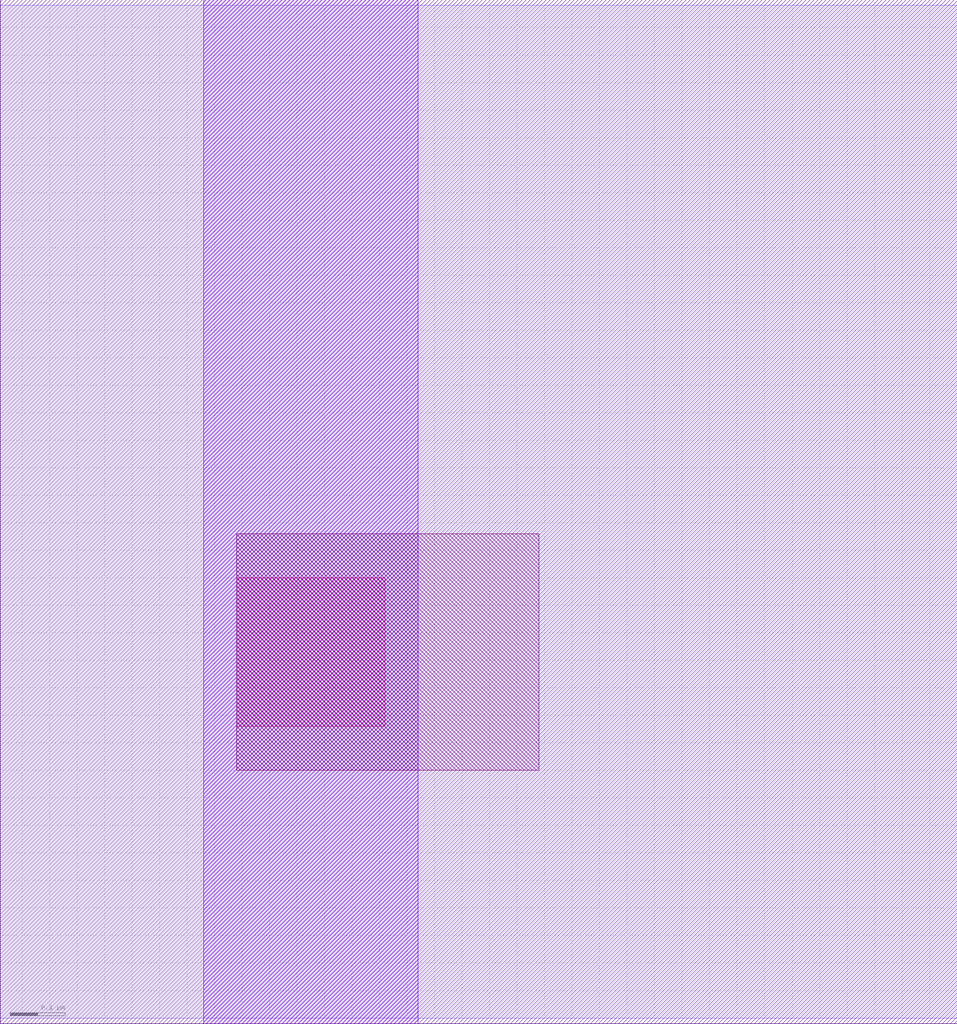
<source format=lef>
VERSION 5.7 ;
  NOWIREEXTENSIONATPIN ON ;
  DIVIDERCHAR "/" ;
  BUSBITCHARS "[]" ;
UNITS
  DATABASE MICRONS 200 ;
END UNITS

LAYER via2
  TYPE CUT ;
END via2

LAYER via
  TYPE CUT ;
END via

LAYER nwell
  TYPE MASTERSLICE ;
END nwell

LAYER via3
  TYPE CUT ;
END via3

LAYER pwell
  TYPE MASTERSLICE ;
END pwell

LAYER via4
  TYPE CUT ;
END via4

LAYER mcon
  TYPE CUT ;
END mcon

LAYER met6
  TYPE ROUTING ;
  WIDTH 0.030000 ;
  SPACING 0.040000 ;
  DIRECTION HORIZONTAL ;
END met6

LAYER met1
  TYPE ROUTING ;
  WIDTH 0.140000 ;
  SPACING 0.140000 ;
  DIRECTION HORIZONTAL ;
END met1

LAYER met3
  TYPE ROUTING ;
  WIDTH 0.300000 ;
  SPACING 0.300000 ;
  DIRECTION HORIZONTAL ;
END met3

LAYER met2
  TYPE ROUTING ;
  WIDTH 0.140000 ;
  SPACING 0.140000 ;
  DIRECTION HORIZONTAL ;
END met2

LAYER met4
  TYPE ROUTING ;
  WIDTH 0.300000 ;
  SPACING 0.300000 ;
  DIRECTION HORIZONTAL ;
END met4

LAYER met5
  TYPE ROUTING ;
  WIDTH 1.600000 ;
  SPACING 1.600000 ;
  DIRECTION HORIZONTAL ;
END met5

LAYER li1
  TYPE ROUTING ;
  WIDTH 0.170000 ;
  SPACING 0.170000 ;
  DIRECTION HORIZONTAL ;
END li1

MACRO sky130_hilas_wellcontact
  CLASS BLOCK ;
  FOREIGN sky130_hilas_wellcontact ;
  ORIGIN 14.490 4.410 ;
  SIZE 1.740 BY 1.860 ;
  OBS
      LAYER nwell ;
        RECT -14.490 -4.400 -12.750 -2.560 ;
      LAYER li1 ;
        RECT -14.060 -3.950 -13.510 -3.520 ;
      LAYER mcon ;
        RECT -14.060 -3.870 -13.790 -3.600 ;
      LAYER met1 ;
        RECT -14.120 -4.410 -13.730 -2.550 ;
  END
END sky130_hilas_wellcontact
END LIBRARY


</source>
